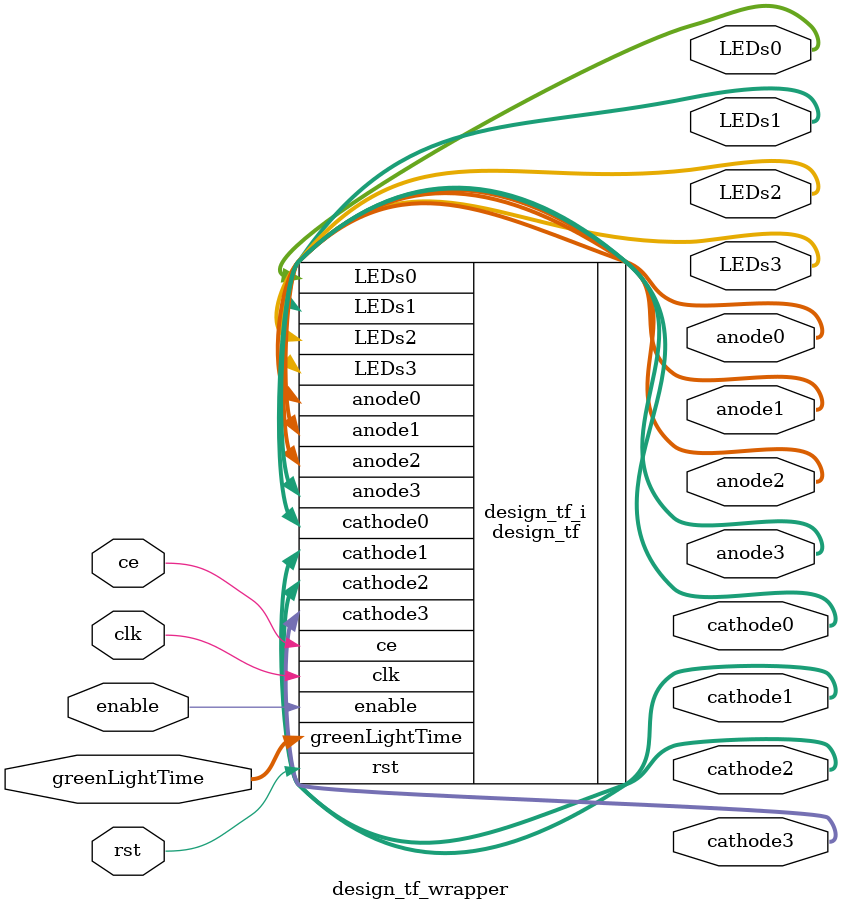
<source format=v>
`timescale 1 ps / 1 ps

module design_tf_wrapper
   (LEDs0,
    LEDs1,
    LEDs2,
    LEDs3,
    anode0,
    anode1,
    anode2,
    anode3,
    cathode0,
    cathode1,
    cathode2,
    cathode3,
    ce,
    clk,
    enable,
    greenLightTime,
    rst);
  output [2:0]LEDs0;
  output [2:0]LEDs1;
  output [2:0]LEDs2;
  output [2:0]LEDs3;
  output [1:0]anode0;
  output [1:0]anode1;
  output [1:0]anode2;
  output [1:0]anode3;
  output [7:0]cathode0;
  output [7:0]cathode1;
  output [7:0]cathode2;
  output [7:0]cathode3;
  input ce;
  input clk;
  input enable;
  input [5:0]greenLightTime;
  input rst;

  wire [2:0]LEDs0;
  wire [2:0]LEDs1;
  wire [2:0]LEDs2;
  wire [2:0]LEDs3;
  wire [1:0]anode0;
  wire [1:0]anode1;
  wire [1:0]anode2;
  wire [1:0]anode3;
  wire [7:0]cathode0;
  wire [7:0]cathode1;
  wire [7:0]cathode2;
  wire [7:0]cathode3;
  wire ce;
  wire clk;
  wire enable;
  wire [5:0]greenLightTime;
  wire rst;

  design_tf design_tf_i
       (.LEDs0(LEDs0),
        .LEDs1(LEDs1),
        .LEDs2(LEDs2),
        .LEDs3(LEDs3),
        .anode0(anode0),
        .anode1(anode1),
        .anode2(anode2),
        .anode3(anode3),
        .cathode0(cathode0),
        .cathode1(cathode1),
        .cathode2(cathode2),
        .cathode3(cathode3),
        .ce(ce),
        .clk(clk),
        .enable(enable),
        .greenLightTime(greenLightTime),
        .rst(rst));
endmodule

</source>
